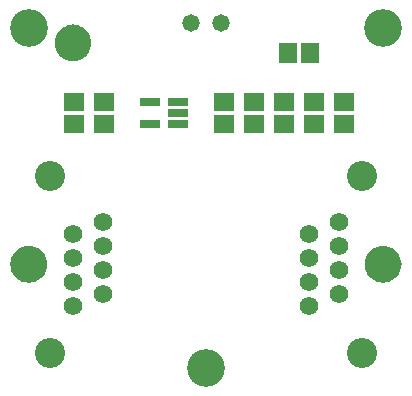
<source format=gbr>
G04 EAGLE Gerber RS-274X export*
G75*
%MOMM*%
%FSLAX34Y34*%
%LPD*%
%INSoldermask Top*%
%IPPOS*%
%AMOC8*
5,1,8,0,0,1.08239X$1,22.5*%
G01*
%ADD10C,3.203200*%
%ADD11R,1.703200X1.503200*%
%ADD12R,1.503200X1.703200*%
%ADD13C,1.473200*%
%ADD14R,1.676400X0.762000*%
%ADD15C,1.561200*%
%ADD16C,2.553200*%

G36*
X77660Y234596D02*
X77660Y234596D01*
X77703Y234608D01*
X77769Y234615D01*
X80294Y235292D01*
X80335Y235311D01*
X80398Y235330D01*
X82768Y236435D01*
X82805Y236461D01*
X82864Y236490D01*
X85006Y237990D01*
X85037Y238021D01*
X85090Y238061D01*
X86939Y239910D01*
X86965Y239946D01*
X87010Y239994D01*
X88510Y242136D01*
X88529Y242177D01*
X88565Y242232D01*
X89670Y244602D01*
X89682Y244645D01*
X89708Y244706D01*
X90385Y247231D01*
X90389Y247276D01*
X90404Y247340D01*
X90632Y249945D01*
X90628Y249989D01*
X90632Y250055D01*
X90404Y252660D01*
X90392Y252703D01*
X90385Y252769D01*
X89708Y255294D01*
X89689Y255335D01*
X89670Y255398D01*
X88565Y257768D01*
X88539Y257805D01*
X88510Y257864D01*
X87010Y260006D01*
X86979Y260037D01*
X86939Y260090D01*
X85090Y261939D01*
X85054Y261965D01*
X85006Y262010D01*
X82864Y263510D01*
X82823Y263529D01*
X82768Y263565D01*
X80398Y264670D01*
X80355Y264682D01*
X80294Y264708D01*
X77769Y265385D01*
X77724Y265389D01*
X77660Y265404D01*
X75055Y265632D01*
X75011Y265628D01*
X74945Y265632D01*
X72340Y265404D01*
X72297Y265392D01*
X72231Y265385D01*
X69706Y264708D01*
X69665Y264689D01*
X69602Y264670D01*
X67232Y263565D01*
X67195Y263539D01*
X67136Y263510D01*
X64994Y262010D01*
X64963Y261979D01*
X64910Y261939D01*
X63061Y260090D01*
X63035Y260054D01*
X62990Y260006D01*
X61490Y257864D01*
X61471Y257823D01*
X61435Y257768D01*
X60330Y255398D01*
X60318Y255355D01*
X60292Y255294D01*
X59615Y252769D01*
X59612Y252724D01*
X59596Y252660D01*
X59368Y250055D01*
X59372Y250011D01*
X59368Y249945D01*
X59596Y247340D01*
X59608Y247297D01*
X59615Y247231D01*
X60292Y244706D01*
X60311Y244665D01*
X60330Y244602D01*
X61435Y242232D01*
X61461Y242195D01*
X61490Y242136D01*
X62990Y239994D01*
X63021Y239963D01*
X63061Y239910D01*
X64910Y238061D01*
X64946Y238035D01*
X64994Y237990D01*
X67136Y236490D01*
X67177Y236471D01*
X67232Y236435D01*
X69602Y235330D01*
X69645Y235318D01*
X69706Y235292D01*
X72231Y234615D01*
X72276Y234612D01*
X72340Y234596D01*
X74945Y234368D01*
X74989Y234372D01*
X75055Y234368D01*
X77660Y234596D01*
G37*
G36*
X340160Y47096D02*
X340160Y47096D01*
X340203Y47108D01*
X340269Y47115D01*
X342794Y47792D01*
X342835Y47811D01*
X342898Y47830D01*
X345268Y48935D01*
X345305Y48961D01*
X345364Y48990D01*
X347506Y50490D01*
X347537Y50521D01*
X347590Y50561D01*
X349439Y52410D01*
X349465Y52446D01*
X349510Y52494D01*
X351010Y54636D01*
X351029Y54677D01*
X351065Y54732D01*
X352170Y57102D01*
X352182Y57145D01*
X352208Y57206D01*
X352885Y59731D01*
X352889Y59776D01*
X352904Y59840D01*
X353132Y62445D01*
X353128Y62489D01*
X353132Y62555D01*
X352904Y65160D01*
X352892Y65203D01*
X352885Y65269D01*
X352208Y67794D01*
X352189Y67835D01*
X352170Y67898D01*
X351065Y70268D01*
X351039Y70305D01*
X351010Y70364D01*
X349510Y72506D01*
X349479Y72537D01*
X349439Y72590D01*
X347590Y74439D01*
X347554Y74465D01*
X347506Y74510D01*
X345364Y76010D01*
X345323Y76029D01*
X345268Y76065D01*
X342898Y77170D01*
X342855Y77182D01*
X342794Y77208D01*
X340269Y77885D01*
X340224Y77889D01*
X340160Y77904D01*
X337555Y78132D01*
X337511Y78128D01*
X337445Y78132D01*
X334840Y77904D01*
X334797Y77892D01*
X334731Y77885D01*
X332206Y77208D01*
X332165Y77189D01*
X332102Y77170D01*
X329732Y76065D01*
X329695Y76039D01*
X329636Y76010D01*
X327494Y74510D01*
X327463Y74479D01*
X327410Y74439D01*
X325561Y72590D01*
X325535Y72554D01*
X325490Y72506D01*
X323990Y70364D01*
X323971Y70323D01*
X323935Y70268D01*
X322830Y67898D01*
X322818Y67855D01*
X322792Y67794D01*
X322115Y65269D01*
X322112Y65224D01*
X322096Y65160D01*
X321868Y62555D01*
X321872Y62511D01*
X321868Y62445D01*
X322096Y59840D01*
X322108Y59797D01*
X322115Y59731D01*
X322792Y57206D01*
X322811Y57165D01*
X322830Y57102D01*
X323935Y54732D01*
X323961Y54695D01*
X323990Y54636D01*
X325490Y52494D01*
X325521Y52463D01*
X325561Y52410D01*
X327410Y50561D01*
X327446Y50535D01*
X327494Y50490D01*
X329636Y48990D01*
X329677Y48971D01*
X329732Y48935D01*
X332102Y47830D01*
X332145Y47818D01*
X332206Y47792D01*
X334731Y47115D01*
X334776Y47112D01*
X334840Y47096D01*
X337445Y46868D01*
X337489Y46872D01*
X337555Y46868D01*
X340160Y47096D01*
G37*
G36*
X40160Y47096D02*
X40160Y47096D01*
X40203Y47108D01*
X40269Y47115D01*
X42794Y47792D01*
X42835Y47811D01*
X42898Y47830D01*
X45268Y48935D01*
X45305Y48961D01*
X45364Y48990D01*
X47506Y50490D01*
X47537Y50521D01*
X47590Y50561D01*
X49439Y52410D01*
X49465Y52446D01*
X49510Y52494D01*
X51010Y54636D01*
X51029Y54677D01*
X51065Y54732D01*
X52170Y57102D01*
X52182Y57145D01*
X52208Y57206D01*
X52885Y59731D01*
X52889Y59776D01*
X52904Y59840D01*
X53132Y62445D01*
X53128Y62489D01*
X53132Y62555D01*
X52904Y65160D01*
X52892Y65203D01*
X52885Y65269D01*
X52208Y67794D01*
X52189Y67835D01*
X52170Y67898D01*
X51065Y70268D01*
X51039Y70305D01*
X51010Y70364D01*
X49510Y72506D01*
X49479Y72537D01*
X49439Y72590D01*
X47590Y74439D01*
X47554Y74465D01*
X47506Y74510D01*
X45364Y76010D01*
X45323Y76029D01*
X45268Y76065D01*
X42898Y77170D01*
X42855Y77182D01*
X42794Y77208D01*
X40269Y77885D01*
X40224Y77889D01*
X40160Y77904D01*
X37555Y78132D01*
X37511Y78128D01*
X37445Y78132D01*
X34840Y77904D01*
X34797Y77892D01*
X34731Y77885D01*
X32206Y77208D01*
X32165Y77189D01*
X32102Y77170D01*
X29732Y76065D01*
X29695Y76039D01*
X29636Y76010D01*
X27494Y74510D01*
X27463Y74479D01*
X27410Y74439D01*
X25561Y72590D01*
X25535Y72554D01*
X25490Y72506D01*
X23990Y70364D01*
X23971Y70323D01*
X23935Y70268D01*
X22830Y67898D01*
X22818Y67855D01*
X22792Y67794D01*
X22115Y65269D01*
X22112Y65224D01*
X22096Y65160D01*
X21868Y62555D01*
X21872Y62511D01*
X21868Y62445D01*
X22096Y59840D01*
X22108Y59797D01*
X22115Y59731D01*
X22792Y57206D01*
X22811Y57165D01*
X22830Y57102D01*
X23935Y54732D01*
X23961Y54695D01*
X23990Y54636D01*
X25490Y52494D01*
X25521Y52463D01*
X25561Y52410D01*
X27410Y50561D01*
X27446Y50535D01*
X27494Y50490D01*
X29636Y48990D01*
X29677Y48971D01*
X29732Y48935D01*
X32102Y47830D01*
X32145Y47818D01*
X32206Y47792D01*
X34731Y47115D01*
X34776Y47112D01*
X34840Y47096D01*
X37445Y46868D01*
X37489Y46872D01*
X37555Y46868D01*
X40160Y47096D01*
G37*
D10*
X187500Y-25000D03*
X37500Y262500D03*
X337500Y262500D03*
D11*
X304200Y181200D03*
X304200Y200200D03*
D12*
X256800Y241300D03*
X275800Y241300D03*
D13*
X200200Y266900D03*
X174800Y266900D03*
D11*
X101000Y181200D03*
X101000Y200200D03*
X202600Y181200D03*
X202600Y200200D03*
X253400Y181200D03*
X253400Y200200D03*
X278800Y200200D03*
X278800Y181200D03*
D14*
X163738Y181302D03*
X163738Y190700D03*
X163738Y200098D03*
X139862Y200098D03*
X139862Y181302D03*
D11*
X75600Y200200D03*
X75600Y181200D03*
X228000Y181200D03*
X228000Y200200D03*
D15*
X275000Y26800D03*
X275000Y47200D03*
X275000Y67600D03*
X275000Y88000D03*
X300400Y37000D03*
X300400Y57400D03*
X300400Y77800D03*
X300400Y98200D03*
D16*
X319800Y137500D03*
X319800Y-12500D03*
D15*
X100000Y98200D03*
X100000Y77800D03*
X100000Y57400D03*
X100000Y37000D03*
X74600Y88000D03*
X74600Y67600D03*
X74600Y47200D03*
X74600Y26800D03*
D16*
X55200Y-12500D03*
X55200Y137500D03*
M02*

</source>
